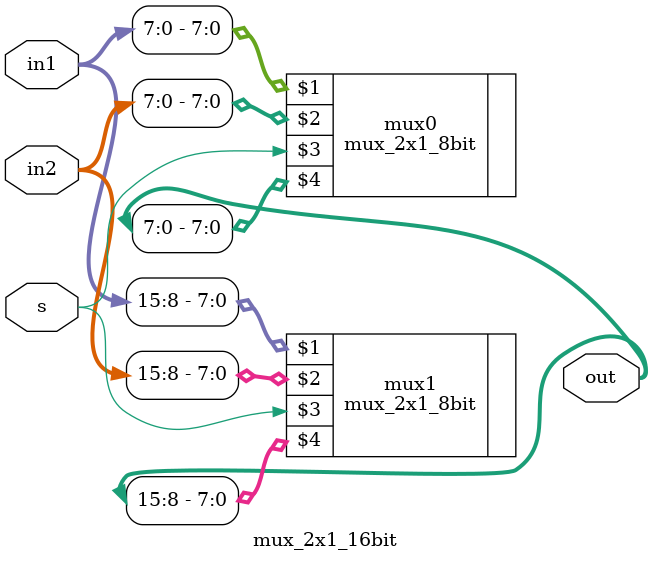
<source format=v>
module mux_2x1_16bit (input [15:0] in1, input [15:0] in2, input s, output [15:0] out);
	mux_2x1_8bit mux0(in1[7:0], in2[7:0], s, out[7:0]);
	mux_2x1_8bit mux1(in1[15:8], in2[15:8], s, out[15:8]);
endmodule
</source>
